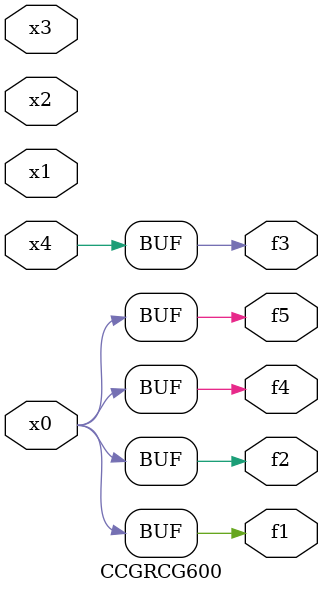
<source format=v>
module CCGRCG600(
	input x0, x1, x2, x3, x4,
	output f1, f2, f3, f4, f5
);
	assign f1 = x0;
	assign f2 = x0;
	assign f3 = x4;
	assign f4 = x0;
	assign f5 = x0;
endmodule

</source>
